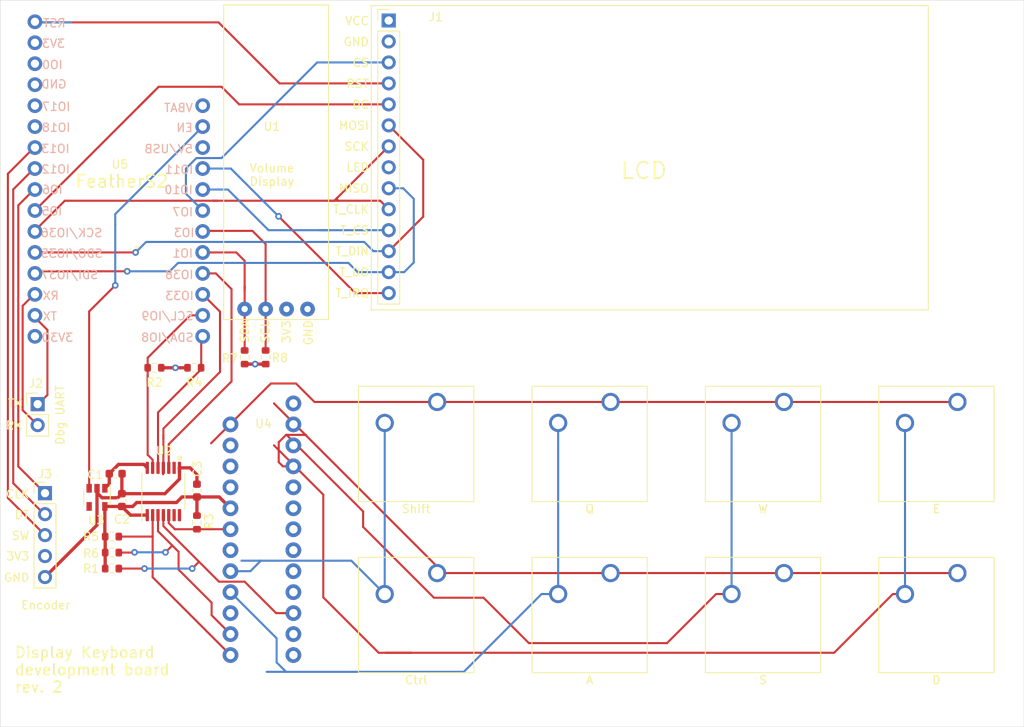
<source format=kicad_pcb>
(kicad_pcb (version 20171130) (host pcbnew "(5.1.9)-1")
  (layers (0 F.Cu signal) (1 3V3 power hide) (2 GND power hide) (31 B.Cu signal) (34 B.Paste user) (35 F.Paste user) (36 B.SilkS user) (37 F.SilkS user) (38 B.Mask user) (39 F.Mask user) (44 Edge.Cuts user))
  (net 0 "")
  (net 1 "Net-(U2-Pad6)")
  (net 2 ROW0)
  (net 3 COL3)
  (net 4 ROW1)
  (net 5 COL2)
  (net 6 COL1)
  (net 7 COL0)
  (net 8 T_IRQ)
  (net 9 MISO)
  (net 10 MOSI)
  (net 11 SCK)
  (net 12 D_CS)
  (net 13 T_CS)
  (net 14 3V3)
  (net 15 1V8)
  (net 16 3V3_RST)
  (net 17 1V8_RST)
  (net 18 3V3_SCL)
  (net 19 1V8_KBDINT)
  (net 20 3V3_SDA)
  (net 21 1V8_SCL)
  (net 22 1V8_SDA)
  (net 23 3V3_KBDINT)
  (net 24 EN)
  (net 25 "Net-(U2-Pad9)")
  (net 26 "Net-(U3-Pad4)")
  (net 27 "Net-(U4-PadA1)")
  (net 28 "Net-(U4-PadB1)")
  (net 29 "Net-(U4-PadC1)")
  (net 30 "Net-(U4-PadD1)")
  (net 31 "Net-(U4-PadA2)")
  (net 32 "Net-(U4-PadB2)")
  (net 33 "Net-(U4-PadC2)")
  (net 34 "Net-(U4-PadE2)")
  (net 35 "Net-(U4-PadB3)")
  (net 36 "Net-(U4-PadC4)")
  (net 37 "Net-(U4-PadD4)")
  (net 38 "Net-(U4-PadD5)")
  (net 39 "Net-(U4-PadE5)")
  (net 40 "Net-(J2-Pad1)")
  (net 41 "Net-(J2-Pad2)")
  (net 42 Enc_CLK)
  (net 43 Enc_DT)
  (net 44 Enc_SW)
  (net 45 SDA)
  (net 46 SCL)
  (net 47 "Net-(U5-Pad3)")
  (net 48 "Net-(U5-Pad5)")
  (net 49 "Net-(U5-Pad16)")
  (net 50 D_DC)
  (net 51 "Net-(U5-Pad26)")
  (net 52 "Net-(U5-Pad28)")
  (net 53 GND)
  (net 54 "Net-(U5-Pad1)")
  (net 55 "Net-(U5-Pad6)")
  (module Resistor_SMD:R_0603_1608Metric (layer F.Cu) (at 105.2195 123.72975 180)
    (fp_text reference R6 (at 2.54 -0.09525) (layer F.SilkS))
    (fp_text value 226Ω hide)
    (pad 1 smd roundrect (at -0.825 0 180) (size 0.8 0.95) (layers F.Cu F.Paste F.Mask) (net 22 1V8_SDA))
    (pad 2 smd roundrect (at 0.825 0 180) (size 0.8 0.95) (layers F.Cu F.Paste F.Mask) (net 15 1V8))
  )
  (module Button_Switch_Keyboard:SW_Cherry_MX_1.00u_PCB (layer F.Cu) (at 165.608 105.4862)
    (fp_text reference Q1 hide)
    (fp_text value Q (at -2.54 12.954) (layer F.SilkS))
    (pad 1 thru_hole circle (at 0 0) (size 2.2 2.2) (drill 1.5) (layers *.Cu *.Mask) (net 2 ROW0))
    (pad 2 thru_hole circle (at -6.35 2.54) (size 2.2 2.2) (drill 1.5) (layers *.Cu *.Mask) (net 5 COL2))
    (pad "" np_thru_hole circle (at -2.54 5.08) (size 4 4) (drill 4) (layers *.Cu *.Mask))
    (pad "" np_thru_hole circle (at -7.62 5.08) (size 1.7 1.7) (drill 1.7) (layers *.Cu *.Mask))
    (pad "" np_thru_hole circle (at 2.54 5.08) (size 1.7 1.7) (drill 1.7) (layers *.Cu *.Mask))
  )
  (module Resistor_SMD:R_0603_1608Metric (layer F.Cu) (at 121.285 100.076 270)
    (fp_text reference R7 (at 0.127 1.778 180) (layer F.SilkS))
    (fp_text value 2.2kΩ hide)
    (pad 1 smd roundrect (at -0.825 0 270) (size 0.8 0.95) (layers F.Cu F.Paste F.Mask) (net 45 SDA))
    (pad 2 smd roundrect (at 0.825 0 270) (size 0.8 0.95) (layers F.Cu F.Paste F.Mask) (net 14 3V3))
  )
  (module Resistor_SMD:R_0603_1608Metric (layer F.Cu) (at 123.825 100.076 270)
    (fp_text reference R8 (at 0.0635 -1.7145 180) (layer F.SilkS))
    (fp_text value 2.2kΩ hide)
    (pad 2 smd roundrect (at 0.825 0 270) (size 0.8 0.95) (layers F.Cu F.Paste F.Mask) (net 14 3V3))
    (pad 1 smd roundrect (at -0.825 0 270) (size 0.8 0.95) (layers F.Cu F.Paste F.Mask) (net 46 SCL))
  )
  (module Button_Switch_Keyboard:SW_Cherry_MX_1.00u_PCB (layer F.Cu) (at 165.608 126.2126)
    (fp_text reference A1 hide)
    (fp_text value A (at -2.54 12.954) (layer F.SilkS))
    (pad "" np_thru_hole circle (at 2.54 5.08) (size 1.7 1.7) (drill 1.7) (layers *.Cu *.Mask))
    (pad "" np_thru_hole circle (at -7.62 5.08) (size 1.7 1.7) (drill 1.7) (layers *.Cu *.Mask))
    (pad "" np_thru_hole circle (at -2.54 5.08) (size 4 4) (drill 4) (layers *.Cu *.Mask))
    (pad 2 thru_hole circle (at -6.35 2.54) (size 2.2 2.2) (drill 1.5) (layers *.Cu *.Mask) (net 5 COL2))
    (pad 1 thru_hole circle (at 0 0) (size 2.2 2.2) (drill 1.5) (layers *.Cu *.Mask) (net 4 ROW1))
  )
  (module Button_Switch_Keyboard:SW_Cherry_MX_1.00u_PCB (layer F.Cu) (at 207.6196 126.2126)
    (fp_text reference D1 hide)
    (fp_text value D (at -2.54 12.954) (layer F.SilkS))
    (pad "" np_thru_hole circle (at 2.54 5.08) (size 1.7 1.7) (drill 1.7) (layers *.Cu *.Mask))
    (pad "" np_thru_hole circle (at -7.62 5.08) (size 1.7 1.7) (drill 1.7) (layers *.Cu *.Mask))
    (pad "" np_thru_hole circle (at -2.54 5.08) (size 4 4) (drill 4) (layers *.Cu *.Mask))
    (pad 2 thru_hole circle (at -6.35 2.54) (size 2.2 2.2) (drill 1.5) (layers *.Cu *.Mask) (net 7 COL0))
    (pad 1 thru_hole circle (at 0 0) (size 2.2 2.2) (drill 1.5) (layers *.Cu *.Mask) (net 4 ROW1))
  )
  (module Button_Switch_Keyboard:SW_Cherry_MX_1.00u_PCB (layer F.Cu) (at 144.6022 105.4862)
    (fp_text reference Shift1 hide)
    (fp_text value Shift (at -2.54 12.954) (layer F.SilkS))
    (pad 1 thru_hole circle (at 0 0) (size 2.2 2.2) (drill 1.5) (layers *.Cu *.Mask) (net 2 ROW0))
    (pad 2 thru_hole circle (at -6.35 2.54) (size 2.2 2.2) (drill 1.5) (layers *.Cu *.Mask) (net 3 COL3))
    (pad "" np_thru_hole circle (at -2.54 5.08) (size 4 4) (drill 4) (layers *.Cu *.Mask))
    (pad "" np_thru_hole circle (at -7.62 5.08) (size 1.7 1.7) (drill 1.7) (layers *.Cu *.Mask))
    (pad "" np_thru_hole circle (at 2.54 5.08) (size 1.7 1.7) (drill 1.7) (layers *.Cu *.Mask))
  )
  (module Button_Switch_Keyboard:SW_Cherry_MX_1.00u_PCB (layer F.Cu) (at 144.6022 126.2126)
    (fp_text reference Ctrl1 hide)
    (fp_text value Ctrl (at -2.54 12.954) (layer F.SilkS))
    (pad "" np_thru_hole circle (at 2.54 5.08) (size 1.7 1.7) (drill 1.7) (layers *.Cu *.Mask))
    (pad "" np_thru_hole circle (at -7.62 5.08) (size 1.7 1.7) (drill 1.7) (layers *.Cu *.Mask))
    (pad "" np_thru_hole circle (at -2.54 5.08) (size 4 4) (drill 4) (layers *.Cu *.Mask))
    (pad 2 thru_hole circle (at -6.35 2.54) (size 2.2 2.2) (drill 1.5) (layers *.Cu *.Mask) (net 3 COL3))
    (pad 1 thru_hole circle (at 0 0) (size 2.2 2.2) (drill 1.5) (layers *.Cu *.Mask) (net 4 ROW1))
  )
  (module Button_Switch_Keyboard:SW_Cherry_MX_1.00u_PCB (layer F.Cu) (at 186.6138 126.2126)
    (fp_text reference S1 hide)
    (fp_text value S (at -2.54 12.954) (layer F.SilkS))
    (pad 1 thru_hole circle (at 0 0) (size 2.2 2.2) (drill 1.5) (layers *.Cu *.Mask) (net 4 ROW1))
    (pad 2 thru_hole circle (at -6.35 2.54) (size 2.2 2.2) (drill 1.5) (layers *.Cu *.Mask) (net 6 COL1))
    (pad "" np_thru_hole circle (at -2.54 5.08) (size 4 4) (drill 4) (layers *.Cu *.Mask))
    (pad "" np_thru_hole circle (at -7.62 5.08) (size 1.7 1.7) (drill 1.7) (layers *.Cu *.Mask))
    (pad "" np_thru_hole circle (at 2.54 5.08) (size 1.7 1.7) (drill 1.7) (layers *.Cu *.Mask))
  )
  (module Button_Switch_Keyboard:SW_Cherry_MX_1.00u_PCB (layer F.Cu) (at 207.6196 105.4862)
    (fp_text reference E1 hide)
    (fp_text value E (at -2.54 12.954) (layer F.SilkS))
    (pad 1 thru_hole circle (at 0 0) (size 2.2 2.2) (drill 1.5) (layers *.Cu *.Mask) (net 2 ROW0))
    (pad 2 thru_hole circle (at -6.35 2.54) (size 2.2 2.2) (drill 1.5) (layers *.Cu *.Mask) (net 7 COL0))
    (pad "" np_thru_hole circle (at -2.54 5.08) (size 4 4) (drill 4) (layers *.Cu *.Mask))
    (pad "" np_thru_hole circle (at -7.62 5.08) (size 1.7 1.7) (drill 1.7) (layers *.Cu *.Mask))
    (pad "" np_thru_hole circle (at 2.54 5.08) (size 1.7 1.7) (drill 1.7) (layers *.Cu *.Mask))
  )
  (module Button_Switch_Keyboard:SW_Cherry_MX_1.00u_PCB (layer F.Cu) (at 186.6138 105.4862)
    (fp_text reference W1 hide)
    (fp_text value W (at -2.54 12.954) (layer F.SilkS))
    (pad "" np_thru_hole circle (at 2.54 5.08) (size 1.7 1.7) (drill 1.7) (layers *.Cu *.Mask))
    (pad "" np_thru_hole circle (at -7.62 5.08) (size 1.7 1.7) (drill 1.7) (layers *.Cu *.Mask))
    (pad "" np_thru_hole circle (at -2.54 5.08) (size 4 4) (drill 4) (layers *.Cu *.Mask))
    (pad 2 thru_hole circle (at -6.35 2.54) (size 2.2 2.2) (drill 1.5) (layers *.Cu *.Mask) (net 6 COL1))
    (pad 1 thru_hole circle (at 0 0) (size 2.2 2.2) (drill 1.5) (layers *.Cu *.Mask) (net 2 ROW0))
  )
  (module Connector_PinHeader_2.54mm:PinHeader_1x14_P2.54mm_Vertical (layer F.Cu) (at 138.7348 59.2836)
    (fp_text reference J1 (at 5.715 -0.4191) (layer F.SilkS))
    (fp_text value Conn_01x14_Female hide)
    (pad 1 thru_hole rect (at 0 0) (size 1.7 1.7) (drill 1) (layers *.Cu *.Mask) (net 14 3V3))
    (pad 2 thru_hole oval (at 0 2.54) (size 1.7 1.7) (drill 1) (layers *.Cu *.Mask) (net 53 GND))
    (pad 3 thru_hole oval (at 0 5.08) (size 1.7 1.7) (drill 1) (layers *.Cu *.Mask) (net 12 D_CS))
    (pad 4 thru_hole oval (at 0 7.62) (size 1.7 1.7) (drill 1) (layers *.Cu *.Mask) (net 16 3V3_RST))
    (pad 5 thru_hole oval (at 0 10.16) (size 1.7 1.7) (drill 1) (layers *.Cu *.Mask) (net 50 D_DC))
    (pad 6 thru_hole oval (at 0 12.7) (size 1.7 1.7) (drill 1) (layers *.Cu *.Mask) (net 10 MOSI))
    (pad 7 thru_hole oval (at 0 15.24) (size 1.7 1.7) (drill 1) (layers *.Cu *.Mask) (net 11 SCK))
    (pad 8 thru_hole oval (at 0 17.78) (size 1.7 1.7) (drill 1) (layers *.Cu *.Mask) (net 14 3V3))
    (pad 9 thru_hole oval (at 0 20.32) (size 1.7 1.7) (drill 1) (layers *.Cu *.Mask) (net 9 MISO))
    (pad 10 thru_hole oval (at 0 22.86) (size 1.7 1.7) (drill 1) (layers *.Cu *.Mask) (net 11 SCK))
    (pad 11 thru_hole oval (at 0 25.4) (size 1.7 1.7) (drill 1) (layers *.Cu *.Mask) (net 13 T_CS))
    (pad 12 thru_hole oval (at 0 27.94) (size 1.7 1.7) (drill 1) (layers *.Cu *.Mask) (net 10 MOSI))
    (pad 13 thru_hole oval (at 0 30.48) (size 1.7 1.7) (drill 1) (layers *.Cu *.Mask) (net 9 MISO))
    (pad 14 thru_hole oval (at 0 33.02) (size 1.7 1.7) (drill 1) (layers *.Cu *.Mask) (net 8 T_IRQ))
  )
  (module Capacitor_SMD:C_0603_1608Metric (layer F.Cu) (at 105.664 114.173)
    (fp_text reference C1 (at -2.4765 0.127) (layer F.SilkS))
    (fp_text value 1µF/10V hide)
    (pad 1 smd roundrect (at -0.775 0) (size 0.9 0.95) (layers F.Cu F.Paste F.Mask) (net 14 3V3))
    (pad 2 smd roundrect (at 0.775 0) (size 0.9 0.95) (layers F.Cu F.Paste F.Mask) (net 53 GND))
  )
  (module Capacitor_SMD:C_0603_1608Metric (layer F.Cu) (at 106.4133 117.3734 90)
    (fp_text reference C2 (at -2.3241 0.0127 180) (layer F.SilkS))
    (fp_text value 1µF/10V hide)
    (pad 2 smd roundrect (at 0.775 0 90) (size 0.9 0.95) (layers F.Cu F.Paste F.Mask) (net 53 GND))
    (pad 1 smd roundrect (at -0.775 0 90) (size 0.9 0.95) (layers F.Cu F.Paste F.Mask) (net 15 1V8))
  )
  (module Resistor_SMD:R_0603_1608Metric (layer F.Cu) (at 105.2195 125.6665 180)
    (fp_text reference R1 (at 2.54 0) (layer F.SilkS))
    (fp_text value 226Ω hide)
    (pad 2 smd roundrect (at 0.825 0 180) (size 0.8 0.95) (layers F.Cu F.Paste F.Mask) (net 15 1V8))
    (pad 1 smd roundrect (at -0.825 0 180) (size 0.8 0.95) (layers F.Cu F.Paste F.Mask) (net 17 1V8_RST))
  )
  (module Resistor_SMD:R_0603_1608Metric (layer F.Cu) (at 110.363 101.346)
    (fp_text reference R2 (at 0 1.778) (layer F.SilkS))
    (fp_text value 2.2kΩ hide)
    (pad 1 smd roundrect (at -0.825 0) (size 0.8 0.95) (layers F.Cu F.Paste F.Mask) (net 18 3V3_SCL))
    (pad 2 smd roundrect (at 0.825 0) (size 0.8 0.95) (layers F.Cu F.Paste F.Mask) (net 14 3V3))
  )
  (module Resistor_SMD:R_0603_1608Metric (layer F.Cu) (at 115.5065 120.0785 90)
    (fp_text reference R3 (at 0.127 1.4605 90) (layer F.SilkS))
    (fp_text value 226Ω hide)
    (pad 1 smd roundrect (at -0.825 0 90) (size 0.8 0.95) (layers F.Cu F.Paste F.Mask) (net 19 1V8_KBDINT))
    (pad 2 smd roundrect (at 0.825 0 90) (size 0.8 0.95) (layers F.Cu F.Paste F.Mask) (net 15 1V8))
  )
  (module Resistor_SMD:R_0603_1608Metric (layer F.Cu) (at 115.189 101.346 180)
    (fp_text reference R4 (at 0 -1.778) (layer F.SilkS))
    (fp_text value 2.2kΩ hide)
    (pad 2 smd roundrect (at 0.825 0 180) (size 0.8 0.95) (layers F.Cu F.Paste F.Mask) (net 14 3V3))
    (pad 1 smd roundrect (at -0.825 0 180) (size 0.8 0.95) (layers F.Cu F.Paste F.Mask) (net 20 3V3_SDA))
  )
  (module Resistor_SMD:R_0603_1608Metric (layer F.Cu) (at 105.2195 121.793 180)
    (fp_text reference R5 (at 2.54 0) (layer F.SilkS))
    (fp_text value 226Ω hide)
    (pad 2 smd roundrect (at 0.825 0 180) (size 0.8 0.95) (layers F.Cu F.Paste F.Mask) (net 15 1V8))
    (pad 1 smd roundrect (at -0.825 0 180) (size 0.8 0.95) (layers F.Cu F.Paste F.Mask) (net 21 1V8_SCL))
  )
  (module Package_SO:TSSOP-14_4.4x5mm_P0.65mm (layer F.Cu) (at 111.4425 116.332 90)
    (fp_text reference U2 (at 4.9149 0.0889 180) (layer F.SilkS))
    (fp_text value LSF0204DPWR hide)
    (pad 1 smd roundrect (at -2.8625 -1.95 90) (size 1.475 0.4) (layers F.Cu F.Paste F.Mask) (net 15 1V8))
    (pad 2 smd roundrect (at -2.8625 -1.3 90) (size 1.475 0.4) (layers F.Cu F.Paste F.Mask) (net 21 1V8_SCL))
    (pad 3 smd roundrect (at -2.8625 -0.65 90) (size 1.475 0.4) (layers F.Cu F.Paste F.Mask) (net 22 1V8_SDA))
    (pad 4 smd roundrect (at -2.8625 0 90) (size 1.475 0.4) (layers F.Cu F.Paste F.Mask) (net 17 1V8_RST))
    (pad 5 smd roundrect (at -2.8625 0.65 90) (size 1.475 0.4) (layers F.Cu F.Paste F.Mask) (net 19 1V8_KBDINT))
    (pad 6 smd roundrect (at -2.8625 1.3 90) (size 1.475 0.4) (layers F.Cu F.Paste F.Mask) (net 1 "Net-(U2-Pad6)"))
    (pad 7 smd roundrect (at -2.8625 1.95 90) (size 1.475 0.4) (layers F.Cu F.Paste F.Mask) (net 53 GND))
    (pad 8 smd roundrect (at 2.8625 1.95 90) (size 1.475 0.4) (layers F.Cu F.Paste F.Mask) (net 53 GND))
    (pad 9 smd roundrect (at 2.8625 1.3 90) (size 1.475 0.4) (layers F.Cu F.Paste F.Mask) (net 25 "Net-(U2-Pad9)"))
    (pad 10 smd roundrect (at 2.8625 0.65 90) (size 1.475 0.4) (layers F.Cu F.Paste F.Mask) (net 23 3V3_KBDINT))
    (pad 11 smd roundrect (at 2.8625 0 90) (size 1.475 0.4) (layers F.Cu F.Paste F.Mask) (net 16 3V3_RST))
    (pad 12 smd roundrect (at 2.8625 -0.65 90) (size 1.475 0.4) (layers F.Cu F.Paste F.Mask) (net 20 3V3_SDA))
    (pad 13 smd roundrect (at 2.8625 -1.3 90) (size 1.475 0.4) (layers F.Cu F.Paste F.Mask) (net 18 3V3_SCL))
    (pad 14 smd roundrect (at 2.8625 -1.95 90) (size 1.475 0.4) (layers F.Cu F.Paste F.Mask) (net 14 3V3))
  )
  (module Package_TO_SOT_SMD:SOT-23-5 (layer F.Cu) (at 103.4034 117.0432 270)
    (fp_text reference U3 (at 2.7813 0.0889 180) (layer F.SilkS))
    (fp_text value MIC5504-1.8YM5 hide)
    (pad 1 smd rect (at -1.1 -0.95 270) (size 1.06 0.65) (layers F.Cu F.Paste F.Mask) (net 14 3V3))
    (pad 2 smd rect (at -1.1 0 270) (size 1.06 0.65) (layers F.Cu F.Paste F.Mask) (net 53 GND))
    (pad 3 smd rect (at -1.1 0.95 270) (size 1.06 0.65) (layers F.Cu F.Paste F.Mask) (net 24 EN))
    (pad 4 smd rect (at 1.1 0.95 270) (size 1.06 0.65) (layers F.Cu F.Paste F.Mask) (net 26 "Net-(U3-Pad4)"))
    (pad 5 smd rect (at 1.1 -0.95 270) (size 1.06 0.65) (layers F.Cu F.Paste F.Mask) (net 15 1V8))
  )
  (module Connector_PinHeader_2.54mm:PinHeader_1x02_P2.54mm_Vertical (layer F.Cu) (at 96.2152 105.7529)
    (fp_text reference J2 (at -0.2032 -2.5019) (layer F.SilkS))
    (fp_text value "UART Debug header" hide)
    (pad 1 thru_hole rect (at 0 0) (size 1.7 1.7) (drill 1) (layers *.Cu *.Mask) (net 40 "Net-(J2-Pad1)"))
    (pad 2 thru_hole oval (at 0 2.54) (size 1.7 1.7) (drill 1) (layers *.Cu *.Mask) (net 41 "Net-(J2-Pad2)"))
  )
  (module Connector_PinHeader_2.54mm:PinHeader_1x05_P2.54mm_Vertical (layer F.Cu) (at 97.1042 116.5352)
    (fp_text reference J3 (at 0 -2.33) (layer F.SilkS))
    (fp_text value Conn_01x05_Female hide)
    (pad 1 thru_hole rect (at 0 0) (size 1.7 1.7) (drill 1) (layers *.Cu *.Mask) (net 42 Enc_CLK))
    (pad 2 thru_hole oval (at 0 2.54) (size 1.7 1.7) (drill 1) (layers *.Cu *.Mask) (net 43 Enc_DT))
    (pad 3 thru_hole oval (at 0 5.08) (size 1.7 1.7) (drill 1) (layers *.Cu *.Mask) (net 44 Enc_SW))
    (pad 4 thru_hole oval (at 0 7.62) (size 1.7 1.7) (drill 1) (layers *.Cu *.Mask) (net 14 3V3))
    (pad 5 thru_hole oval (at 0 10.16) (size 1.7 1.7) (drill 1) (layers *.Cu *.Mask) (net 53 GND))
  )
  (module 128x32_OLED_LCD_LED:128x32_OLED_LCD_LED (layer F.Cu) (at 131.445 95.504 90)
    (fp_text reference U1 (at 23.368 -6.858 180) (layer F.SilkS))
    (fp_text value 128x32_OLED_LCD_LED)
    (pad 1 thru_hole circle (at 1.27 -10.16 90) (size 1.778 1.778) (drill 0.762) (layers *.Cu *.Mask) (net 45 SDA))
    (pad 2 thru_hole circle (at 1.27 -7.62 90) (size 1.778 1.778) (drill 0.762) (layers *.Cu *.Mask) (net 46 SCL))
    (pad 3 thru_hole circle (at 1.27 -5.08 90) (size 1.778 1.778) (drill 0.762) (layers *.Cu *.Mask) (net 14 3V3))
    (pad 4 thru_hole circle (at 1.27 -2.54 90) (size 1.778 1.778) (drill 0.762) (layers *.Cu *.Mask) (net 53 GND))
  )
  (module BGA0016:BGA0016 (layer F.Cu) (at 122.1105 127.254 180)
    (fp_text reference U4 (at -1.4605 19.1135) (layer F.SilkS))
    (fp_text value LM8330)
    (pad A1 thru_hole circle (at -5.08 -8.89 180) (size 1.9 1.9) (drill 1.02) (layers *.Cu *.Mask) (net 27 "Net-(U4-PadA1)"))
    (pad A2 thru_hole circle (at -5.08 -6.35 180) (size 1.9 1.9) (drill 1.02) (layers *.Cu *.Mask) (net 31 "Net-(U4-PadA2)"))
    (pad A3 thru_hole circle (at -5.08 -3.81 180) (size 1.9 1.9) (drill 1.02) (layers *.Cu *.Mask) (net 17 1V8_RST))
    (pad B1 thru_hole circle (at -5.08 -1.27 180) (size 1.9 1.9) (drill 1.02) (layers *.Cu *.Mask) (net 28 "Net-(U4-PadB1)"))
    (pad B2 thru_hole circle (at -5.08 1.27 180) (size 1.9 1.9) (drill 1.02) (layers *.Cu *.Mask) (net 32 "Net-(U4-PadB2)"))
    (pad C1 thru_hole circle (at -5.08 3.81 180) (size 1.9 1.9) (drill 1.02) (layers *.Cu *.Mask) (net 29 "Net-(U4-PadC1)"))
    (pad C2 thru_hole circle (at -5.08 6.35 180) (size 1.9 1.9) (drill 1.02) (layers *.Cu *.Mask) (net 33 "Net-(U4-PadC2)"))
    (pad C3 thru_hole circle (at -5.08 8.89 180) (size 1.9 1.9) (drill 1.02) (layers *.Cu *.Mask) (net 53 GND))
    (pad D1 thru_hole circle (at -5.08 11.43 180) (size 1.9 1.9) (drill 1.02) (layers *.Cu *.Mask) (net 30 "Net-(U4-PadD1)"))
    (pad D2 thru_hole circle (at -5.08 13.97 180) (size 1.9 1.9) (drill 1.02) (layers *.Cu *.Mask) (net 6 COL1))
    (pad E1 thru_hole circle (at -5.08 16.51 180) (size 1.9 1.9) (drill 1.02) (layers *.Cu *.Mask) (net 7 COL0))
    (pad E2 thru_hole circle (at -5.08 19.05 180) (size 1.9 1.9) (drill 1.02) (layers *.Cu *.Mask) (net 34 "Net-(U4-PadE2)"))
    (pad E3 thru_hole circle (at -5.08 21.59 180) (size 1.9 1.9) (drill 1.02) (layers *.Cu *.Mask) (net 4 ROW1))
    (pad A4 thru_hole circle (at 2.54 -8.89 180) (size 1.9 1.9) (drill 1.02) (layers *.Cu *.Mask) (net 21 1V8_SCL))
    (pad A5 thru_hole circle (at 2.54 -6.35 180) (size 1.9 1.9) (drill 1.02) (layers *.Cu *.Mask) (net 22 1V8_SDA))
    (pad B3 thru_hole circle (at 2.54 -3.81 180) (size 1.9 1.9) (drill 1.02) (layers *.Cu *.Mask) (net 35 "Net-(U4-PadB3)"))
    (pad B4 thru_hole circle (at 2.54 -1.27 180) (size 1.9 1.9) (drill 1.02) (layers *.Cu *.Mask) (net 5 COL2))
    (pad B5 thru_hole circle (at 2.54 1.27 180) (size 1.9 1.9) (drill 1.02) (layers *.Cu *.Mask) (net 3 COL3))
    (pad C4 thru_hole circle (at 2.54 3.81 180) (size 1.9 1.9) (drill 1.02) (layers *.Cu *.Mask) (net 36 "Net-(U4-PadC4)"))
    (pad C5 thru_hole circle (at 2.54 6.35 180) (size 1.9 1.9) (drill 1.02) (layers *.Cu *.Mask) (net 19 1V8_KBDINT))
    (pad D3 thru_hole circle (at 2.54 8.89 180) (size 1.9 1.9) (drill 1.02) (layers *.Cu *.Mask) (net 15 1V8))
    (pad D4 thru_hole circle (at 2.54 11.43 180) (size 1.9 1.9) (drill 1.02) (layers *.Cu *.Mask) (net 37 "Net-(U4-PadD4)"))
    (pad D5 thru_hole circle (at 2.54 13.97 180) (size 1.9 1.9) (drill 1.02) (layers *.Cu *.Mask) (net 38 "Net-(U4-PadD5)"))
    (pad E4 thru_hole circle (at 2.54 16.51 180) (size 1.9 1.9) (drill 1.02) (layers *.Cu *.Mask) (net 2 ROW0))
    (pad E5 thru_hole circle (at 2.54 19.05 180) (size 1.9 1.9) (drill 1.02) (layers *.Cu *.Mask) (net 39 "Net-(U4-PadE5)"))
  )
  (module FeatherS2:FeatherS2 (layer F.Cu) (at 106.045 78.486)
    (fp_text reference U5 (at 0.127 -1.778 180) (layer F.SilkS))
    (fp_text value FeatherS2)
    (pad 17 thru_hole circle (at 10.16 19.05 180) (size 1.778 1.778) (drill 1) (layers *.Cu *.Mask) (net 20 3V3_SDA))
    (pad 18 thru_hole circle (at 10.16 16.51 180) (size 1.778 1.778) (drill 1) (layers *.Cu *.Mask) (net 18 3V3_SCL))
    (pad 19 thru_hole circle (at 10.16 13.97 180) (size 1.778 1.778) (drill 1) (layers *.Cu *.Mask) (net 16 3V3_RST))
    (pad 20 thru_hole circle (at 10.16 11.43 180) (size 1.778 1.778) (drill 1) (layers *.Cu *.Mask) (net 23 3V3_KBDINT))
    (pad 21 thru_hole circle (at 10.16 8.89 180) (size 1.778 1.778) (drill 1) (layers *.Cu *.Mask) (net 45 SDA))
    (pad 22 thru_hole circle (at 10.16 6.35 180) (size 1.778 1.778) (drill 1) (layers *.Cu *.Mask) (net 46 SCL))
    (pad 23 thru_hole circle (at 10.16 3.81 180) (size 1.778 1.778) (drill 1) (layers *.Cu *.Mask) (net 12 D_CS))
    (pad 24 thru_hole circle (at 10.16 1.27 180) (size 1.778 1.778) (drill 1) (layers *.Cu *.Mask) (net 13 T_CS))
    (pad 25 thru_hole circle (at 10.16 -1.27 180) (size 1.778 1.778) (drill 1) (layers *.Cu *.Mask) (net 8 T_IRQ))
    (pad 26 thru_hole circle (at 10.16 -3.81 180) (size 1.778 1.778) (drill 1) (layers *.Cu *.Mask) (net 51 "Net-(U5-Pad26)"))
    (pad 27 thru_hole circle (at 10.16 -6.35 180) (size 1.778 1.778) (drill 1) (layers *.Cu *.Mask) (net 24 EN))
    (pad 28 thru_hole circle (at 10.16 -8.89 180) (size 1.778 1.778) (drill 1) (layers *.Cu *.Mask) (net 52 "Net-(U5-Pad28)"))
    (pad 16 thru_hole circle (at -10.16 19.05 180) (size 1.778 1.778) (drill 1) (layers *.Cu *.Mask) (net 49 "Net-(U5-Pad16)"))
    (pad 15 thru_hole circle (at -10.16 16.51 180) (size 1.778 1.778) (drill 1) (layers *.Cu *.Mask) (net 40 "Net-(J2-Pad1)"))
    (pad 14 thru_hole circle (at -10.16 13.97 180) (size 1.778 1.778) (drill 1) (layers *.Cu *.Mask) (net 41 "Net-(J2-Pad2)"))
    (pad 13 thru_hole circle (at -10.16 11.43 180) (size 1.778 1.778) (drill 1) (layers *.Cu *.Mask) (net 9 MISO))
    (pad 12 thru_hole circle (at -10.16 8.89 180) (size 1.778 1.778) (drill 1) (layers *.Cu *.Mask) (net 10 MOSI))
    (pad 11 thru_hole circle (at -10.16 6.35 180) (size 1.778 1.778) (drill 1) (layers *.Cu *.Mask) (net 11 SCK))
    (pad 10 thru_hole circle (at -10.16 3.81 180) (size 1.778 1.778) (drill 1) (layers *.Cu *.Mask) (net 50 D_DC))
    (pad 9 thru_hole circle (at -10.16 1.27 180) (size 1.778 1.778) (drill 1) (layers *.Cu *.Mask) (net 42 Enc_CLK))
    (pad 8 thru_hole circle (at -10.16 -1.27 180) (size 1.778 1.778) (drill 1) (layers *.Cu *.Mask) (net 43 Enc_DT))
    (pad 7 thru_hole circle (at -10.16 -3.81 180) (size 1.778 1.778) (drill 1) (layers *.Cu *.Mask) (net 44 Enc_SW))
    (pad 6 thru_hole circle (at -10.16 -6.35 180) (size 1.778 1.778) (drill 1) (layers *.Cu *.Mask) (net 55 "Net-(U5-Pad6)"))
    (pad 5 thru_hole circle (at -10.16 -8.89 180) (size 1.778 1.778) (drill 1) (layers *.Cu *.Mask) (net 48 "Net-(U5-Pad5)"))
    (pad 4 thru_hole circle (at -10.16 -11.43 180) (size 1.778 1.778) (drill 1) (layers *.Cu *.Mask) (net 53 GND))
    (pad 3 thru_hole circle (at -10.16 -13.97 180) (size 1.778 1.778) (drill 1) (layers *.Cu *.Mask) (net 47 "Net-(U5-Pad3)"))
    (pad 2 thru_hole circle (at -10.16 -16.51 180) (size 1.778 1.778) (drill 1) (layers *.Cu *.Mask) (net 14 3V3))
    (pad 1 thru_hole circle (at -10.16 -19.05 180) (size 1.778 1.778) (drill 1) (layers *.Cu *.Mask) (net 54 "Net-(U5-Pad1)"))
  )
  (module Capacitor_SMD:C_0603_1608Metric (layer F.Cu) (at 115.5065 116.218 270)
    (fp_text reference C3 (at -2.6165 -0.0635 90) (layer F.SilkS))
    (fp_text value 0.1μF)
    (pad 1 smd roundrect (at -0.775 0 270) (size 0.9 0.95) (layers F.Cu F.Paste F.Mask) (net 53 GND))
    (pad 2 smd roundrect (at 0.775 0 270) (size 0.9 0.95) (layers F.Cu F.Paste F.Mask) (net 15 1V8))
  )
  (gr_circle (center 113.411 112.268) (end 113.4745 112.268) (layer F.SilkS) (width 0.22))
  (gr_text "Volume\nDisplay" (at 124.587 77.978) (layer F.SilkS) (effects (font (size 1 1))))
  (gr_text VBAT (at 113.2713 69.8627) (layer B.SilkS) (effects (font (size 1 1)) (justify mirror)))
  (gr_text EN (at 114.0079 72.2757) (layer B.SilkS) (effects (font (size 1 1)) (justify mirror)))
  (gr_text 5V/USB (at 112.0775 74.8411) (layer B.SilkS) (effects (font (size 1 1)) (justify mirror)))
  (gr_text IO11 (at 113.3348 77.3557) (layer B.SilkS) (effects (font (size 1 1)) (justify mirror)))
  (gr_text IO10 (at 113.284 79.7941) (layer B.SilkS) (effects (font (size 1 1)) (justify mirror)))
  (gr_text IO7 (at 113.792 82.4865) (layer B.SilkS) (effects (font (size 1 1)) (justify mirror)))
  (gr_text IO3 (at 113.9571 85.0011) (layer B.SilkS) (effects (font (size 1 1)) (justify mirror)))
  (gr_text IO1 (at 113.7793 87.4903) (layer B.SilkS) (effects (font (size 1 1)) (justify mirror)))
  (gr_text IO38 (at 113.3602 90.0938) (layer B.SilkS) (effects (font (size 1 1)) (justify mirror)))
  (gr_text IO33 (at 113.3983 92.6338) (layer B.SilkS) (effects (font (size 1 1)) (justify mirror)))
  (gr_text SCL/IO9 (at 111.9378 95.0849) (layer B.SilkS) (effects (font (size 1 1)) (justify mirror)))
  (gr_text SDA/IO8 (at 111.9251 97.6884) (layer B.SilkS) (effects (font (size 1 1)) (justify mirror)))
  (gr_text 3V3O (at 98.6028 97.6884) (layer B.SilkS) (effects (font (size 1 1)) (justify mirror)))
  (gr_text TX (at 97.6884 95.123) (layer B.SilkS) (effects (font (size 1 1)) (justify mirror)))
  (gr_text RX (at 97.8027 92.6211) (layer B.SilkS) (effects (font (size 1 1)) (justify mirror)))
  (gr_text SDI/IO37 (at 100.0887 90.0938) (layer B.SilkS) (effects (font (size 1 1)) (justify mirror)))
  (gr_text SDO/IO35 (at 100.3427 87.503) (layer B.SilkS) (effects (font (size 1 1)) (justify mirror)))
  (gr_text SCK/IO36 (at 100.3173 85.0138) (layer B.SilkS) (effects (font (size 1 1)) (justify mirror)))
  (gr_text IO5 (at 97.9424 82.3849) (layer B.SilkS) (effects (font (size 1 1)) (justify mirror)))
  (gr_text IO6 (at 97.9932 79.7814) (layer B.SilkS) (effects (font (size 1 1)) (justify mirror)))
  (gr_text IO12 (at 98.3996 77.3049) (layer B.SilkS) (effects (font (size 1 1)) (justify mirror)))
  (gr_text IO13 (at 98.3615 74.8157) (layer B.SilkS) (effects (font (size 1 1)) (justify mirror)))
  (gr_text IO18 (at 98.4504 72.2503) (layer B.SilkS) (effects (font (size 1 1)) (justify mirror)))
  (gr_text IO17 (at 98.4504 69.723) (layer B.SilkS) (effects (font (size 1 1)) (justify mirror)))
  (gr_text GND (at 98.1837 67.0052) (layer B.SilkS) (effects (font (size 1 1)) (justify mirror)))
  (gr_text IO0 (at 97.9932 64.6557) (layer B.SilkS) (effects (font (size 1 1)) (justify mirror)))
  (gr_text 3V3 (at 98.1329 62.0776) (layer B.SilkS) (effects (font (size 1 1)) (justify mirror)))
  (gr_text RST (at 98.2345 59.6011) (layer B.SilkS) (effects (font (size 1 1)) (justify mirror)))
  (gr_text "Dbg UART" (at 98.933 107.061 90) (layer F.SilkS) (effects (font (size 1 1))))
  (gr_text FeatherS2 (at 100.6729 78.7654) (layer F.SilkS) (effects (font (size 1.5 1.5) (thickness 0.2)) (justify left)))
  (gr_text GND (at 129.0066 97.1042 90) (layer F.SilkS) (effects (font (size 1 1))))
  (gr_text 3V3 (at 126.365 96.9772 90) (layer F.SilkS) (effects (font (size 1 1))))
  (gr_text SCL (at 123.7742 97.0026 90) (layer F.SilkS) (effects (font (size 1 1))))
  (gr_text SDA (at 121.285 96.9518 90) (layer F.SilkS) (effects (font (size 1 1))))
  (gr_text CLK (at 93.7895 116.6495) (layer F.SilkS) (effects (font (size 1 1))))
  (gr_text DT (at 94.313309 119.1641) (layer F.SilkS) (effects (font (size 1 1))))
  (gr_text SW (at 94.146643 121.6914) (layer F.SilkS) (effects (font (size 1 1))))
  (gr_text 3V3 (at 93.813309 124.1806) (layer F.SilkS) (effects (font (size 1 1))))
  (gr_text RX (at 93.345 108.331) (layer F.SilkS) (effects (font (size 1 1))))
  (gr_text TX (at 93.472 105.664) (layer F.SilkS) (effects (font (size 1 1))))
  (gr_text GND (at 93.670452 126.7587) (layer F.SilkS) (effects (font (size 1 1))))
  (gr_text Encoder (at 97.1931 130.0988) (layer F.SilkS) (effects (font (size 1 1))))
  (gr_text LCD (at 169.6466 77.47) (layer F.SilkS) (effects (font (size 2 2) (thickness 0.2))))
  (gr_line (start 204.089 57.4802) (end 136.525 57.4802) (layer F.SilkS) (width 0.12))
  (gr_line (start 204.089 94.3356) (end 204.089 57.4802) (layer F.SilkS) (width 0.12))
  (gr_line (start 136.525 94.3356) (end 204.089 94.3356) (layer F.SilkS) (width 0.12))
  (gr_line (start 136.6266 57.4802) (end 136.6266 94.3356) (layer F.SilkS) (width 0.12))
  (gr_text T_IRQ (at 134.304162 92.3036) (layer F.SilkS) (effects (font (size 1 1))))
  (gr_text T_DO (at 134.542257 89.767504) (layer F.SilkS) (effects (font (size 1 1))))
  (gr_text T_DIN (at 134.304162 87.231412) (layer F.SilkS) (effects (font (size 1 1))))
  (gr_text T_CS (at 134.589877 84.69532) (layer F.SilkS) (effects (font (size 1 1))))
  (gr_text T_CLK (at 134.161305 82.159228) (layer F.SilkS) (effects (font (size 1 1))))
  (gr_text MISO (at 134.518448 79.623136) (layer F.SilkS) (effects (font (size 1 1))))
  (gr_text LED (at 134.970829 77.087044) (layer F.SilkS) (effects (font (size 1 1))))
  (gr_text SCK (at 134.851781 74.550952) (layer F.SilkS) (effects (font (size 1 1))))
  (gr_text MOSI (at 134.518448 72.01486) (layer F.SilkS) (effects (font (size 1 1))))
  (gr_text DC (at 135.327972 69.478768) (layer F.SilkS) (effects (font (size 1 1))))
  (gr_text RST (at 134.970829 66.942676) (layer F.SilkS) (effects (font (size 1 1))))
  (gr_text CS (at 135.351781 64.406584) (layer F.SilkS) (effects (font (size 1 1))))
  (gr_text GND (at 134.804162 61.870492) (layer F.SilkS) (effects (font (size 1 1))))
  (gr_text VCC (at 134.8994 59.3344) (layer F.SilkS) (effects (font (size 1 1))))
  (gr_circle (center 108.2548 86.7664) (end 108.3564 86.7918) (layer F.SilkS) (width 0.2))
  (gr_text "Display Keyboard\ndevelopment board\nrev. 2" (at 93.345 137.922) (layer F.SilkS) (effects (font (size 1.3 1.3) (thickness 0.2)) (justify left)))
  (gr_line (start 91.679 56.826) (end 91.679 144.826) (layer Edge.Cuts) (width 0.05))
  (gr_line (start 91.679 144.826) (end 215.679 144.826) (layer Edge.Cuts) (width 0.05))
  (gr_line (start 215.679 56.826) (end 215.679 144.826) (layer Edge.Cuts) (width 0.05))
  (gr_line (start 91.679 56.826) (end 215.679 56.826) (layer Edge.Cuts) (width 0.05))
  (segment (start 144.6022 105.4862) (end 165.608 105.4862) (width 0.25) (layer F.Cu) (net 2))
  (segment (start 165.608 105.4862) (end 186.6138 105.4862) (width 0.25) (layer F.Cu) (net 2))
  (segment (start 186.6138 105.4862) (end 207.6196 105.4862) (width 0.25) (layer F.Cu) (net 2))
  (segment (start 144.6022 105.4862) (end 129.7432 105.4862) (width 0.25) (layer F.Cu) (net 2))
  (segment (start 129.7432 105.4862) (end 127.508 103.251) (width 0.25) (layer F.Cu) (net 2))
  (segment (start 127.508 103.251) (end 124.46 103.251) (width 0.25) (layer F.Cu) (net 2))
  (segment (start 119.5705 110.49) (end 119.5705 110.744) (width 0.25) (layer F.Cu) (net 2))
  (segment (start 124.46 103.251) (end 117.221 110.49) (width 0.25) (layer F.Cu) (net 2))
  (segment (start 138.2522 108.0262) (end 138.2522 128.7526) (width 0.25) (layer B.Cu) (net 3))
  (segment (start 134.2136 124.714) (end 138.2522 128.7526) (width 0.25) (layer B.Cu) (net 3))
  (segment (start 120.904 124.714) (end 134.2136 124.714) (width 0.25) (layer B.Cu) (net 3))
  (segment (start 121.9835 125.984) (end 122.809 125.1585) (width 0.25) (layer B.Cu) (net 3))
  (segment (start 119.5705 125.984) (end 121.9835 125.984) (width 0.25) (layer B.Cu) (net 3))
  (segment (start 122.809 125.1585) (end 123.2535 124.714) (width 0.25) (layer B.Cu) (net 3))
  (segment (start 144.6022 126.2126) (end 165.608 126.2126) (width 0.25) (layer F.Cu) (net 4))
  (segment (start 165.608 126.2126) (end 186.6138 126.2126) (width 0.25) (layer F.Cu) (net 4))
  (segment (start 186.6138 126.2126) (end 207.6196 126.2126) (width 0.25) (layer F.Cu) (net 4))
  (segment (start 144.6022 125.4252) (end 144.6022 126.2126) (width 0.25) (layer F.Cu) (net 4))
  (segment (start 124.841 105.664) (end 144.6022 125.4252) (width 0.25) (layer F.Cu) (net 4))
  (segment (start 159.258 108.0262) (end 159.258 128.7526) (width 0.25) (layer B.Cu) (net 5))
  (segment (start 157.2514 128.7526) (end 159.258 128.7526) (width 0.25) (layer B.Cu) (net 5))
  (segment (start 147.828 138.176) (end 157.2514 128.7526) (width 0.25) (layer B.Cu) (net 5))
  (segment (start 123.952 138.176) (end 147.828 138.176) (width 0.25) (layer B.Cu) (net 5))
  (segment (start 125.1585 137.033) (end 126.3015 138.176) (width 0.25) (layer B.Cu) (net 5))
  (segment (start 125.1585 134.112) (end 125.1585 137.033) (width 0.25) (layer B.Cu) (net 5))
  (segment (start 119.5705 128.524) (end 125.1585 134.112) (width 0.25) (layer B.Cu) (net 5))
  (segment (start 180.2638 108.0262) (end 180.2638 128.7526) (width 0.25) (layer B.Cu) (net 6))
  (segment (start 172.4406 134.6962) (end 178.3842 128.7526) (width 0.25) (layer F.Cu) (net 6))
  (segment (start 155.7147 134.6962) (end 172.4406 134.6962) (width 0.25) (layer F.Cu) (net 6))
  (segment (start 135.636 120.6246) (end 144.2085 129.1971) (width 0.25) (layer F.Cu) (net 6))
  (segment (start 135.636 118.745) (end 135.636 120.6246) (width 0.25) (layer F.Cu) (net 6))
  (segment (start 126.365 109.474) (end 135.636 118.745) (width 0.25) (layer F.Cu) (net 6))
  (segment (start 150.2156 129.1971) (end 155.7147 134.6962) (width 0.25) (layer F.Cu) (net 6))
  (segment (start 126.3015 109.474) (end 128.7145 109.474) (width 0.25) (layer F.Cu) (net 6))
  (segment (start 125.4125 110.363) (end 126.3015 109.474) (width 0.25) (layer F.Cu) (net 6))
  (segment (start 125.4125 112.776) (end 125.4125 110.363) (width 0.25) (layer F.Cu) (net 6))
  (segment (start 144.2085 129.1971) (end 150.2156 129.1971) (width 0.25) (layer F.Cu) (net 6))
  (segment (start 125.9205 113.284) (end 125.4125 112.776) (width 0.25) (layer F.Cu) (net 6))
  (segment (start 178.3842 128.7526) (end 180.2638 128.7526) (width 0.25) (layer F.Cu) (net 6))
  (segment (start 127.1905 113.284) (end 125.9205 113.284) (width 0.25) (layer F.Cu) (net 6))
  (segment (start 201.2696 108.0262) (end 201.2696 128.7526) (width 0.25) (layer B.Cu) (net 7))
  (segment (start 201.2696 128.7526) (end 199.7964 128.7526) (width 0.25) (layer F.Cu) (net 7))
  (segment (start 199.7964 128.7526) (end 192.6844 135.8646) (width 0.25) (layer F.Cu) (net 7))
  (segment (start 124.841 110.744) (end 130.81 116.713) (width 0.25) (layer F.Cu) (net 7))
  (segment (start 130.81 116.713) (end 130.81 129.159) (width 0.25) (layer F.Cu) (net 7))
  (segment (start 137.5156 135.8646) (end 141.4526 135.8646) (width 0.25) (layer F.Cu) (net 7))
  (segment (start 130.81 129.159) (end 137.5156 135.8646) (width 0.25) (layer F.Cu) (net 7))
  (segment (start 141.4526 135.8646) (end 138.3665 135.8646) (width 0.25) (layer F.Cu) (net 7))
  (segment (start 192.6844 135.8646) (end 141.4526 135.8646) (width 0.25) (layer F.Cu) (net 7))
  (segment (start 134.6962 92.3036) (end 125.3998 83.0072) (width 0.25) (layer F.Cu) (net 8))
  (segment (start 138.7348 92.3036) (end 134.6962 92.3036) (width 0.25) (layer F.Cu) (net 8))
  (via (at 125.3998 83.0072) (size 0.8) (drill 0.4) (layers F.Cu B.Cu) (net 8))
  (segment (start 119.6086 77.216) (end 120.5738 78.1812) (width 0.25) (layer B.Cu) (net 8))
  (segment (start 116.205 77.216) (end 119.6086 77.216) (width 0.25) (layer B.Cu) (net 8))
  (segment (start 125.3998 83.0072) (end 120.5738 78.1812) (width 0.25) (layer B.Cu) (net 8))
  (segment (start 141.7701 88.5952) (end 141.7701 80.8863) (width 0.25) (layer B.Cu) (net 9))
  (segment (start 140.6017 89.7636) (end 141.7701 88.5952) (width 0.25) (layer B.Cu) (net 9))
  (segment (start 140.4874 79.6036) (end 138.7348 79.6036) (width 0.25) (layer B.Cu) (net 9))
  (segment (start 141.7701 80.8863) (end 140.4874 79.6036) (width 0.25) (layer B.Cu) (net 9))
  (segment (start 138.7348 89.7636) (end 140.6017 89.7636) (width 0.25) (layer B.Cu) (net 9))
  (via (at 107.061 89.662) (size 0.8) (drill 0.4) (layers F.Cu B.Cu) (net 9))
  (segment (start 96.139 89.662) (end 95.885 89.916) (width 0.25) (layer F.Cu) (net 9))
  (segment (start 107.061 89.662) (end 96.139 89.662) (width 0.25) (layer F.Cu) (net 9))
  (segment (start 133.858 88.646) (end 134.9756 89.7636) (width 0.25) (layer B.Cu) (net 9))
  (segment (start 134.9756 89.7636) (end 138.7348 89.7636) (width 0.25) (layer B.Cu) (net 9))
  (segment (start 113.2205 88.646) (end 133.858 88.646) (width 0.25) (layer B.Cu) (net 9))
  (segment (start 112.2045 89.662) (end 113.2205 88.646) (width 0.25) (layer B.Cu) (net 9))
  (segment (start 107.061 89.662) (end 112.2045 89.662) (width 0.25) (layer B.Cu) (net 9))
  (segment (start 95.885 87.376) (end 108.077 87.376) (width 0.25) (layer F.Cu) (net 10))
  (segment (start 138.7348 87.2236) (end 136.8806 87.2236) (width 0.25) (layer B.Cu) (net 10))
  (segment (start 136.8806 87.2236) (end 135.763 86.106) (width 0.25) (layer B.Cu) (net 10))
  (via (at 108.077 87.376) (size 0.8) (drill 0.4) (layers F.Cu B.Cu) (net 10))
  (segment (start 109.347 86.106) (end 108.077 87.376) (width 0.25) (layer B.Cu) (net 10))
  (segment (start 135.763 86.106) (end 109.347 86.106) (width 0.25) (layer B.Cu) (net 10))
  (segment (start 142.9131 83.0453) (end 142.3797 83.5787) (width 0.25) (layer F.Cu) (net 10))
  (segment (start 142.9131 76.1619) (end 142.9131 83.0453) (width 0.25) (layer F.Cu) (net 10))
  (segment (start 142.3797 83.5787) (end 138.7348 87.2236) (width 0.25) (layer F.Cu) (net 10))
  (segment (start 138.7348 71.9836) (end 142.9131 76.1619) (width 0.25) (layer F.Cu) (net 10))
  (segment (start 95.7072 84.9122) (end 99.5045 81.1149) (width 0.25) (layer F.Cu) (net 11))
  (segment (start 99.5045 81.1149) (end 99.8982 81.1149) (width 0.25) (layer F.Cu) (net 11))
  (segment (start 138.7348 82.1436) (end 137.7061 81.1149) (width 0.25) (layer F.Cu) (net 11))
  (segment (start 117.5258 81.1149) (end 117.983 81.1149) (width 0.25) (layer F.Cu) (net 11))
  (segment (start 99.8982 81.1149) (end 117.5258 81.1149) (width 0.25) (layer F.Cu) (net 11))
  (segment (start 132.1435 81.1149) (end 131.3561 81.1149) (width 0.25) (layer F.Cu) (net 11))
  (segment (start 131.3561 81.1149) (end 117.5258 81.1149) (width 0.25) (layer F.Cu) (net 11))
  (segment (start 132.6261 81.1149) (end 131.3561 81.1149) (width 0.25) (layer F.Cu) (net 11))
  (segment (start 132.4737 80.9625) (end 132.6261 81.1149) (width 0.25) (layer F.Cu) (net 11))
  (segment (start 137.7061 81.1149) (end 132.6261 81.1149) (width 0.25) (layer F.Cu) (net 11))
  (segment (start 138.7348 74.5236) (end 132.4737 80.7847) (width 0.25) (layer F.Cu) (net 11))
  (segment (start 132.4737 80.7847) (end 132.4737 80.9625) (width 0.25) (layer F.Cu) (net 11))
  (segment (start 132.4737 80.7847) (end 132.1435 81.1149) (width 0.25) (layer F.Cu) (net 11))
  (segment (start 116.0018 82.3976) (end 116.0272 82.3722) (width 0.25) (layer F.Cu) (net 12))
  (segment (start 116.205 82.296) (end 114.173 80.264) (width 0.25) (layer B.Cu) (net 12))
  (segment (start 114.173 80.264) (end 114.173 77.216) (width 0.25) (layer B.Cu) (net 12))
  (segment (start 114.173 77.216) (end 115.443 75.946) (width 0.25) (layer B.Cu) (net 12))
  (segment (start 130.0734 64.3636) (end 118.491 75.946) (width 0.25) (layer B.Cu) (net 12))
  (segment (start 138.7348 64.3636) (end 130.0734 64.3636) (width 0.25) (layer B.Cu) (net 12))
  (segment (start 115.443 75.946) (end 118.491 75.946) (width 0.25) (layer B.Cu) (net 12))
  (segment (start 131.5466 84.6836) (end 138.7348 84.6836) (width 0.25) (layer B.Cu) (net 13))
  (segment (start 130.3909 84.6836) (end 131.5466 84.6836) (width 0.25) (layer B.Cu) (net 13))
  (segment (start 116.205 79.756) (end 119.253 79.756) (width 0.25) (layer B.Cu) (net 13))
  (segment (start 119.253 79.756) (end 124.1806 84.6836) (width 0.25) (layer B.Cu) (net 13))
  (segment (start 131.5466 84.6836) (end 124.1806 84.6836) (width 0.25) (layer B.Cu) (net 13))
  (via (at 112.903 101.346) (size 0.8) (drill 0.4) (layers F.Cu B.Cu) (net 14))
  (segment (start 111.188 101.346) (end 112.903 101.346) (width 0.4) (layer F.Cu) (net 14))
  (segment (start 114.364 101.346) (end 112.903 101.346) (width 0.4) (layer F.Cu) (net 14))
  (via (at 122.555 100.9015) (size 0.8) (drill 0.4) (layers F.Cu B.Cu) (net 14))
  (segment (start 121.2855 100.9015) (end 121.285 100.901) (width 0.4) (layer F.Cu) (net 14))
  (segment (start 122.555 100.9015) (end 121.2855 100.9015) (width 0.4) (layer F.Cu) (net 14))
  (segment (start 123.8245 100.9015) (end 123.825 100.901) (width 0.4) (layer F.Cu) (net 14))
  (segment (start 122.555 100.9015) (end 123.8245 100.9015) (width 0.4) (layer F.Cu) (net 14))
  (segment (start 104.889 115.4076) (end 104.3534 115.9432) (width 0.4) (layer F.Cu) (net 14))
  (segment (start 104.889 114.173) (end 104.889 115.4076) (width 0.4) (layer F.Cu) (net 14))
  (segment (start 105.7925 113.2695) (end 104.889 114.173) (width 0.4) (layer F.Cu) (net 14))
  (segment (start 109.073 113.05) (end 106.012 113.05) (width 0.4) (layer F.Cu) (net 14))
  (segment (start 106.012 113.05) (end 105.7925 113.2695) (width 0.4) (layer F.Cu) (net 14))
  (segment (start 109.4925 113.4695) (end 109.073 113.05) (width 0.4) (layer F.Cu) (net 14))
  (segment (start 119.5454 118.3389) (end 119.5705 118.364) (width 0.4) (layer F.Cu) (net 15))
  (segment (start 106.4081 118.1432) (end 106.4133 118.1484) (width 0.4) (layer F.Cu) (net 15))
  (segment (start 104.3534 118.1432) (end 106.4081 118.1432) (width 0.4) (layer F.Cu) (net 15))
  (segment (start 107.4594 119.1945) (end 106.4133 118.1484) (width 0.4) (layer F.Cu) (net 15))
  (segment (start 109.4925 119.1945) (end 107.4594 119.1945) (width 0.4) (layer F.Cu) (net 15))
  (segment (start 106.4133 118.1484) (end 107.7211 118.1484) (width 0.4) (layer F.Cu) (net 15))
  (segment (start 107.7211 118.1484) (end 108.204 117.6655) (width 0.4) (layer F.Cu) (net 15))
  (segment (start 118.1995 116.993) (end 119.5705 118.364) (width 0.4) (layer F.Cu) (net 15))
  (segment (start 115.5065 116.993) (end 118.1995 116.993) (width 0.4) (layer F.Cu) (net 15))
  (segment (start 104.3945 123.72975) (end 104.3945 121.793) (width 0.4) (layer F.Cu) (net 15))
  (segment (start 104.3945 125.6665) (end 104.3945 123.72975) (width 0.4) (layer F.Cu) (net 15))
  (segment (start 104.3534 121.7519) (end 104.3945 121.793) (width 0.4) (layer F.Cu) (net 15))
  (segment (start 104.3534 118.1432) (end 104.3534 121.7519) (width 0.4) (layer F.Cu) (net 15))
  (segment (start 113.7025 116.993) (end 113.03 117.6655) (width 0.4) (layer F.Cu) (net 15))
  (segment (start 115.5065 116.993) (end 113.7025 116.993) (width 0.4) (layer F.Cu) (net 15))
  (segment (start 108.204 117.6655) (end 113.03 117.6655) (width 0.4) (layer F.Cu) (net 15))
  (segment (start 115.5065 119.2535) (end 115.5065 116.993) (width 0.4) (layer F.Cu) (net 15))
  (segment (start 95.7072 59.5122) (end 118.1227 59.5122) (width 0.25) (layer F.Cu) (net 16))
  (segment (start 125.5141 66.9036) (end 138.7348 66.9036) (width 0.25) (layer F.Cu) (net 16))
  (segment (start 118.1227 59.5122) (end 125.5141 66.9036) (width 0.25) (layer F.Cu) (net 16))
  (segment (start 100.2792 59.5122) (end 95.7072 59.5122) (width 0.25) (layer B.Cu) (net 16))
  (segment (start 111.4044 113.5076) (end 111.4044 114.2451) (width 0.25) (layer F.Cu) (net 16))
  (segment (start 116.205 92.456) (end 118.3005 94.5515) (width 0.25) (layer F.Cu) (net 16))
  (segment (start 118.3005 94.5515) (end 118.3005 101.854) (width 0.25) (layer F.Cu) (net 16))
  (segment (start 111.4425 108.712) (end 111.4425 109.9185) (width 0.25) (layer F.Cu) (net 16))
  (segment (start 118.3005 101.854) (end 111.4425 108.712) (width 0.25) (layer F.Cu) (net 16))
  (segment (start 111.4425 109.9185) (end 111.4425 109.5375) (width 0.25) (layer F.Cu) (net 16))
  (segment (start 111.4425 113.4695) (end 111.4425 109.9185) (width 0.25) (layer F.Cu) (net 16))
  (segment (start 125.095 131.064) (end 127.1905 131.064) (width 0.25) (layer F.Cu) (net 17))
  (segment (start 118.1735 127.254) (end 121.285 127.254) (width 0.25) (layer F.Cu) (net 17))
  (segment (start 121.285 127.254) (end 125.095 131.064) (width 0.25) (layer F.Cu) (net 17))
  (segment (start 111.4425 119.1945) (end 111.4425 120.523) (width 0.25) (layer F.Cu) (net 17))
  (via (at 109.1565 125.6665) (size 0.8) (drill 0.4) (layers F.Cu B.Cu) (net 17))
  (segment (start 106.0445 125.6665) (end 109.1565 125.6665) (width 0.25) (layer F.Cu) (net 17))
  (via (at 114.935 125.6665) (size 0.8) (drill 0.4) (layers F.Cu B.Cu) (net 17))
  (segment (start 109.1565 125.6665) (end 114.935 125.6665) (width 0.25) (layer B.Cu) (net 17))
  (segment (start 115.72875 124.87275) (end 115.72875 124.80925) (width 0.25) (layer F.Cu) (net 17))
  (segment (start 114.935 125.6665) (end 115.72875 124.87275) (width 0.25) (layer F.Cu) (net 17))
  (segment (start 115.72875 124.80925) (end 118.1735 127.254) (width 0.25) (layer F.Cu) (net 17))
  (segment (start 111.4425 120.523) (end 115.72875 124.80925) (width 0.25) (layer F.Cu) (net 17))
  (segment (start 116.205 94.996) (end 114.681 94.996) (width 0.25) (layer F.Cu) (net 18))
  (segment (start 109.538 100.139) (end 109.538 101.346) (width 0.25) (layer F.Cu) (net 18))
  (segment (start 114.681 94.996) (end 109.538 100.139) (width 0.25) (layer F.Cu) (net 18))
  (segment (start 110.1425 113.4695) (end 110.1425 112.492) (width 0.25) (layer F.Cu) (net 18))
  (segment (start 109.538 111.8875) (end 109.538 102.299) (width 0.25) (layer F.Cu) (net 18))
  (segment (start 110.1425 112.492) (end 109.538 111.8875) (width 0.25) (layer F.Cu) (net 18))
  (segment (start 109.538 102.299) (end 109.538 101.346) (width 0.25) (layer F.Cu) (net 18))
  (segment (start 109.538 102.933) (end 109.538 102.299) (width 0.25) (layer F.Cu) (net 18))
  (segment (start 112.0925 119.1945) (end 112.0925 119.932) (width 0.25) (layer F.Cu) (net 19))
  (segment (start 112.0925 119.1945) (end 112.0925 120.157) (width 0.25) (layer F.Cu) (net 19))
  (segment (start 112.0925 120.157) (end 112.8395 120.904) (width 0.25) (layer F.Cu) (net 19))
  (segment (start 115.506 120.904) (end 115.5065 120.9035) (width 0.25) (layer F.Cu) (net 19))
  (segment (start 112.8395 120.904) (end 115.506 120.904) (width 0.25) (layer F.Cu) (net 19))
  (segment (start 115.507 120.904) (end 115.5065 120.9035) (width 0.25) (layer F.Cu) (net 19))
  (segment (start 119.5705 120.904) (end 115.507 120.904) (width 0.25) (layer F.Cu) (net 19))
  (segment (start 116.0272 101.3328) (end 116.014 101.346) (width 0.25) (layer F.Cu) (net 20))
  (segment (start 116.0272 97.6122) (end 116.0272 101.3328) (width 0.25) (layer F.Cu) (net 20))
  (segment (start 116.014 101.537) (end 116.014 101.346) (width 0.25) (layer F.Cu) (net 20))
  (segment (start 110.7925 106.7585) (end 111.379 106.172) (width 0.25) (layer F.Cu) (net 20))
  (segment (start 110.7925 113.4695) (end 110.7925 106.7585) (width 0.25) (layer F.Cu) (net 20))
  (segment (start 111.379 106.172) (end 116.014 101.537) (width 0.25) (layer F.Cu) (net 20))
  (segment (start 119.5705 136.144) (end 110.1425 126.716) (width 0.25) (layer F.Cu) (net 21))
  (segment (start 110.1125 121.793) (end 110.1425 121.763) (width 0.25) (layer F.Cu) (net 21))
  (segment (start 106.0445 121.793) (end 110.1125 121.793) (width 0.25) (layer F.Cu) (net 21))
  (segment (start 110.1425 121.763) (end 110.1425 119.1945) (width 0.25) (layer F.Cu) (net 21))
  (segment (start 110.1425 126.716) (end 110.1425 121.763) (width 0.25) (layer F.Cu) (net 21))
  (segment (start 110.8456 119.3238) (end 110.7544 119.2326) (width 0.127) (layer F.Cu) (net 22))
  (segment (start 110.7925 121.143) (end 110.7925 119.1945) (width 0.25) (layer F.Cu) (net 22))
  (segment (start 119.5705 133.604) (end 117.2845 131.318) (width 0.25) (layer F.Cu) (net 22))
  (via (at 107.95 123.698) (size 0.8) (drill 0.4) (layers F.Cu B.Cu) (net 22))
  (segment (start 107.91825 123.72975) (end 107.95 123.698) (width 0.25) (layer F.Cu) (net 22))
  (segment (start 106.0445 123.72975) (end 107.91825 123.72975) (width 0.25) (layer F.Cu) (net 22))
  (via (at 111.6965 123.698) (size 0.8) (drill 0.4) (layers F.Cu B.Cu) (net 22))
  (segment (start 107.95 123.698) (end 111.6965 123.698) (width 0.25) (layer B.Cu) (net 22))
  (segment (start 112.522 122.8725) (end 110.7925 121.143) (width 0.25) (layer F.Cu) (net 22))
  (segment (start 111.6965 123.698) (end 112.522 122.8725) (width 0.25) (layer F.Cu) (net 22))
  (segment (start 113.284 125.7935) (end 117.2845 129.794) (width 0.25) (layer F.Cu) (net 22))
  (segment (start 113.284 123.6345) (end 113.284 125.7935) (width 0.25) (layer F.Cu) (net 22))
  (segment (start 117.2845 131.318) (end 117.2845 129.794) (width 0.25) (layer F.Cu) (net 22))
  (segment (start 113.284 123.6345) (end 112.522 122.8725) (width 0.25) (layer F.Cu) (net 22))
  (segment (start 117.7925 89.916) (end 116.205 89.916) (width 0.25) (layer F.Cu) (net 23))
  (segment (start 119.6975 91.821) (end 117.7925 89.916) (width 0.25) (layer F.Cu) (net 23))
  (segment (start 119.6975 102.997) (end 119.6975 91.821) (width 0.25) (layer F.Cu) (net 23))
  (segment (start 112.0925 110.602) (end 119.6975 102.997) (width 0.25) (layer F.Cu) (net 23))
  (segment (start 112.0925 113.4695) (end 112.0925 110.602) (width 0.25) (layer F.Cu) (net 23))
  (via (at 105.6132 91.3638) (size 0.8) (drill 0.4) (layers F.Cu B.Cu) (net 24))
  (segment (start 105.6132 82.7278) (end 105.6132 83.9978) (width 0.25) (layer B.Cu) (net 24))
  (segment (start 105.6132 83.9978) (end 105.6132 91.3638) (width 0.25) (layer B.Cu) (net 24))
  (segment (start 116.205 72.136) (end 105.6132 82.7278) (width 0.25) (layer B.Cu) (net 24))
  (segment (start 102.4534 94.5236) (end 102.9335 94.0435) (width 0.25) (layer F.Cu) (net 24))
  (segment (start 102.4534 115.9432) (end 102.4534 94.5236) (width 0.25) (layer F.Cu) (net 24))
  (segment (start 102.9335 94.0435) (end 105.6132 91.3638) (width 0.25) (layer F.Cu) (net 24))
  (segment (start 96.2152 105.7529) (end 96.2787 105.7529) (width 0.25) (layer F.Cu) (net 40))
  (segment (start 96.2787 105.7529) (end 97.3963 104.6353) (width 0.25) (layer F.Cu) (net 40))
  (segment (start 97.3963 96.7613) (end 95.7072 95.0722) (width 0.25) (layer F.Cu) (net 40))
  (segment (start 97.3963 104.6353) (end 97.3963 96.7613) (width 0.25) (layer F.Cu) (net 40))
  (segment (start 94.3991 93.8403) (end 95.7072 92.5322) (width 0.25) (layer F.Cu) (net 41))
  (segment (start 94.3991 106.4768) (end 94.3991 93.8403) (width 0.25) (layer F.Cu) (net 41))
  (segment (start 96.2152 108.2929) (end 94.3991 106.4768) (width 0.25) (layer F.Cu) (net 41))
  (segment (start 94.83725 80.70215) (end 95.7072 79.8322) (width 0.25) (layer F.Cu) (net 42))
  (segment (start 93.8657 113.2967) (end 93.8657 81.6737) (width 0.25) (layer F.Cu) (net 42))
  (segment (start 93.8657 81.6737) (end 94.83725 80.70215) (width 0.25) (layer F.Cu) (net 42))
  (segment (start 97.1042 116.5352) (end 93.8657 113.2967) (width 0.25) (layer F.Cu) (net 42))
  (segment (start 97.0026 119.0752) (end 97.1042 119.0752) (width 0.25) (layer F.Cu) (net 43))
  (segment (start 93.2561 79.7433) (end 93.2561 115.3287) (width 0.25) (layer F.Cu) (net 43))
  (segment (start 93.2561 115.3287) (end 97.0026 119.0752) (width 0.25) (layer F.Cu) (net 43))
  (segment (start 95.7072 77.2922) (end 93.2561 79.7433) (width 0.25) (layer F.Cu) (net 43))
  (segment (start 93.2053 117.7163) (end 97.1042 121.6152) (width 0.25) (layer F.Cu) (net 44))
  (segment (start 92.6084 117.1194) (end 93.2053 117.7163) (width 0.25) (layer F.Cu) (net 44))
  (segment (start 92.6084 77.851) (end 92.6084 117.1194) (width 0.25) (layer F.Cu) (net 44))
  (segment (start 95.7072 74.7522) (end 92.6084 77.851) (width 0.25) (layer F.Cu) (net 44))
  (segment (start 116.205 87.376) (end 117.221 87.376) (width 0.25) (layer F.Cu) (net 45))
  (segment (start 121.285 91.44) (end 121.285 91.694) (width 0.25) (layer F.Cu) (net 45))
  (segment (start 121.285 91.4908) (end 121.285 91.694) (width 0.25) (layer F.Cu) (net 45))
  (segment (start 121.285 94.234) (end 121.285 99.251) (width 0.25) (layer F.Cu) (net 45))
  (segment (start 121.285 91.948) (end 121.285 88.392) (width 0.25) (layer F.Cu) (net 45))
  (segment (start 121.285 91.694) (end 121.285 91.948) (width 0.25) (layer F.Cu) (net 45))
  (segment (start 121.285 91.948) (end 121.285 94.234) (width 0.25) (layer F.Cu) (net 45))
  (segment (start 120.269 87.376) (end 116.205 87.376) (width 0.25) (layer F.Cu) (net 45))
  (segment (start 121.285 88.392) (end 120.269 87.376) (width 0.25) (layer F.Cu) (net 45))
  (segment (start 116.0145 84.9249) (end 116.0272 84.9122) (width 0.25) (layer F.Cu) (net 46))
  (segment (start 123.825 94.234) (end 123.825 99.251) (width 0.25) (layer F.Cu) (net 46))
  (segment (start 118.561289 84.765711) (end 116.275289 84.765711) (width 0.25) (layer F.Cu) (net 46))
  (segment (start 122.230711 84.765711) (end 118.561289 84.765711) (width 0.25) (layer F.Cu) (net 46))
  (segment (start 123.825 86.36) (end 122.230711 84.765711) (width 0.25) (layer F.Cu) (net 46))
  (segment (start 123.825 94.234) (end 123.825 86.36) (width 0.25) (layer F.Cu) (net 46))
  (segment (start 138.7348 69.4436) (end 120.6246 69.4436) (width 0.25) (layer F.Cu) (net 50))
  (segment (start 120.6246 69.4436) (end 118.491 67.31) (width 0.25) (layer F.Cu) (net 50))
  (segment (start 110.871 67.31) (end 108.458 69.723) (width 0.25) (layer F.Cu) (net 50))
  (segment (start 118.491 67.31) (end 110.871 67.31) (width 0.25) (layer F.Cu) (net 50))
  (segment (start 108.458 69.723) (end 110.236 67.945) (width 0.25) (layer F.Cu) (net 50))
  (segment (start 95.885 82.296) (end 108.458 69.723) (width 0.25) (layer F.Cu) (net 50))
  (segment (start 113.3544 113.5076) (end 113.3552 113.5076) (width 0.4) (layer F.Cu) (net 53))
  (segment (start 95.7072 67.1322) (end 95.9739 67.1322) (width 0.6) (layer F.Cu) (net 53))
  (segment (start 106.426 116.5857) (end 106.4133 116.5984) (width 0.25) (layer F.Cu) (net 53))
  (segment (start 106.4133 114.1987) (end 106.439 114.173) (width 0.4) (layer F.Cu) (net 53))
  (segment (start 106.4133 116.5984) (end 106.4133 114.1987) (width 0.4) (layer F.Cu) (net 53))
  (segment (start 103.4034 115.9432) (end 103.4034 116.4844) (width 0.4) (layer F.Cu) (net 53))
  (segment (start 103.4034 116.4844) (end 104.013 117.094) (width 0.4) (layer F.Cu) (net 53))
  (segment (start 105.9177 117.094) (end 106.4133 116.5984) (width 0.4) (layer F.Cu) (net 53))
  (segment (start 104.013 117.094) (end 105.9177 117.094) (width 0.4) (layer F.Cu) (net 53))
  (segment (start 106.4133 116.5984) (end 111.6206 116.5984) (width 0.4) (layer F.Cu) (net 53))
  (segment (start 113.3925 114.8265) (end 113.3925 113.4695) (width 0.4) (layer F.Cu) (net 53))
  (segment (start 111.6206 116.5984) (end 112.014 116.205) (width 0.4) (layer F.Cu) (net 53))
  (segment (start 112.014 116.205) (end 113.3925 114.8265) (width 0.4) (layer F.Cu) (net 53))
  (segment (start 113.3925 113.4695) (end 114.676 113.4695) (width 0.4) (layer F.Cu) (net 53))
  (segment (start 115.5065 114.3) (end 115.5065 115.443) (width 0.4) (layer F.Cu) (net 53))
  (segment (start 114.676 113.4695) (end 115.5065 114.3) (width 0.4) (layer F.Cu) (net 53))
  (segment (start 103.4034 120.396) (end 97.1042 126.6952) (width 0.4) (layer F.Cu) (net 53))
  (segment (start 103.4034 116.4844) (end 103.4034 120.396) (width 0.4) (layer F.Cu) (net 53))
)
</source>
